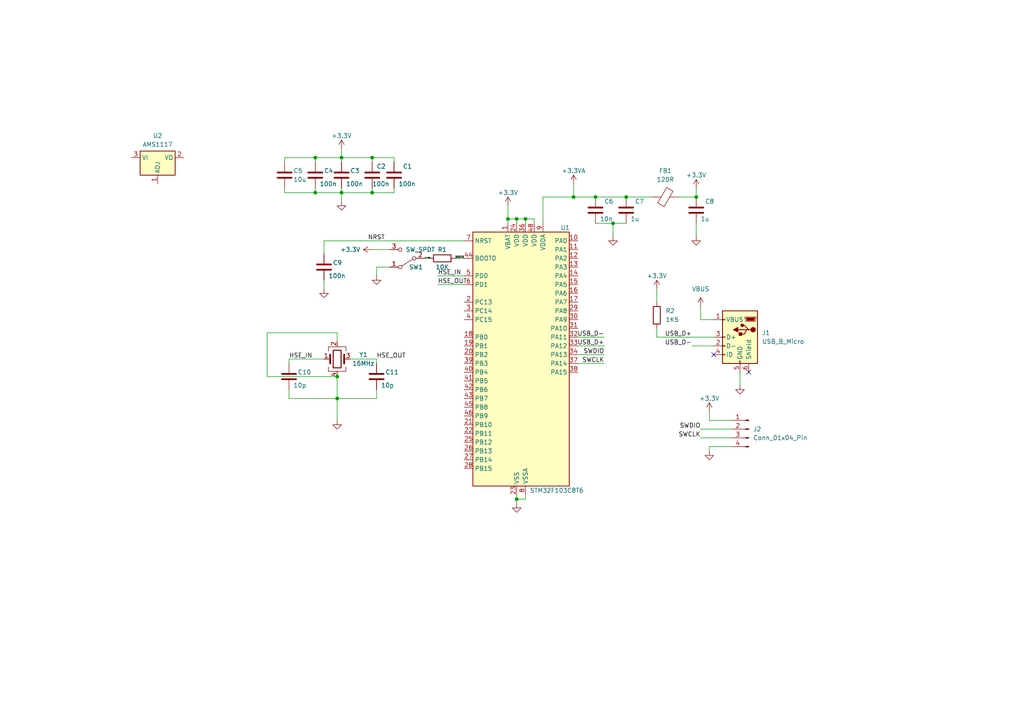
<source format=kicad_sch>
(kicad_sch (version 20230121) (generator eeschema)
  (paper "A4")
  (lib_symbols
    (symbol "Connector:Conn_01x04_Pin" (pin_names (offset 1.016) hide)
      (property "Reference" "J" (at 0 5.08 0))
      (property "Value" "Conn_01x04_Pin" (at 0 -7.62 0))
      (symbol "Conn_01x04_Pin_1_1"
        (polyline (pts (xy 1.27 -5.08) (xy 0.8636 -5.08)) (stroke (width 0.1524)))
        (polyline (pts (xy 1.27 -2.54) (xy 0.8636 -2.54)) (stroke (width 0.1524)))
        (polyline (pts (xy 1.27 0) (xy 0.8636 0)) (stroke (width 0.1524)))
        (polyline (pts (xy 1.27 2.54) (xy 0.8636 2.54)) (stroke (width 0.1524)))
        (rectangle (start 0.8636 -4.953) (end 0 -5.207) (stroke (width 0.1524)) (fill (type outline)))
        (rectangle (start 0.8636 -2.413) (end 0 -2.667) (stroke (width 0.1524)) (fill (type outline)))
        (rectangle (start 0.8636 0.127) (end 0 -0.127) (stroke (width 0.1524)) (fill (type outline)))
        (rectangle (start 0.8636 2.667) (end 0 2.413) (stroke (width 0.1524)) (fill (type outline)))
        (pin passive line (at 5.08 2.54 180) (length 3.81) (name "Pin_1") (number "1"))
        (pin passive line (at 5.08 0 180) (length 3.81) (name "Pin_2") (number "2"))
        (pin passive line (at 5.08 -2.54 180) (length 3.81) (name "Pin_3") (number "3"))
        (pin passive line (at 5.08 -5.08 180) (length 3.81) (name "Pin_4") (number "4"))
      )
    )
    (symbol "Connector:USB_B_Micro" (pin_names (offset 1.016))
      (property "Reference" "J" (at -5.08 11.43 0))
      (property "Value" "USB_B_Micro" (at -5.08 8.89 0))
      (symbol "USB_B_Micro_0_1"
        (rectangle (start -5.08 -7.62) (end 5.08 7.62) (stroke (width 0.254)) (fill (type background)))
        (circle (center -3.81 2.159) (radius 0.635) (stroke (width 0.254)) (fill (type outline)))
        (circle (center -0.635 3.429) (radius 0.381) (stroke (width 0.254)) (fill (type outline)))
        (rectangle (start -0.127 -7.62) (end 0.127 -6.858))
        (polyline (pts (xy -1.905 2.159) (xy 0.635 2.159)) (stroke (width 0.254)))
        (polyline (pts (xy -3.175 2.159) (xy -2.54 2.159) (xy -1.27 3.429) (xy -0.635 3.429)) (stroke (width 0.254)))
        (polyline (pts (xy -2.54 2.159) (xy -1.905 2.159) (xy -1.27 0.889) (xy 0 0.889)) (stroke (width 0.254)))
        (polyline (pts (xy 0.635 2.794) (xy 0.635 1.524) (xy 1.905 2.159) (xy 0.635 2.794)) (stroke (width 0.254)) (fill (type outline)))
        (polyline (pts (xy -4.318 5.588) (xy -1.778 5.588) (xy -2.032 4.826) (xy -4.064 4.826) (xy -4.318 5.588)) (fill (type outline)))
        (polyline (pts (xy -4.699 5.842) (xy -4.699 5.588) (xy -4.445 4.826) (xy -4.445 4.572) (xy -1.651 4.572) (xy -1.651 4.826) (xy -1.397 5.588) (xy -1.397 5.842) (xy -4.699 5.842)))
        (rectangle (start 0.254 1.27) (end -0.508 0.508) (stroke (width 0.254)) (fill (type outline)))
        (rectangle (start 5.08 -5.207) (end 4.318 -4.953))
        (rectangle (start 5.08 -2.667) (end 4.318 -2.413))
        (rectangle (start 5.08 -0.127) (end 4.318 0.127))
        (rectangle (start 5.08 4.953) (end 4.318 5.207))
      )
      (symbol "USB_B_Micro_1_1"
        (pin power_out line (at 7.62 5.08 180) (length 2.54) (name "VBUS") (number "1"))
        (pin bidirectional line (at 7.62 -2.54 180) (length 2.54) (name "D-") (number "2"))
        (pin bidirectional line (at 7.62 0 180) (length 2.54) (name "D+") (number "3"))
        (pin passive line (at 7.62 -5.08 180) (length 2.54) (name "ID") (number "4"))
        (pin power_out line (at 0 -10.16 90) (length 2.54) (name "GND") (number "5"))
        (pin passive line (at -2.54 -10.16 90) (length 2.54) (name "Shield") (number "6"))
      )
    )
    (symbol "Device:C" (pin_numbers hide) (pin_names (offset 0.254))
      (property "Reference" "C" (at 0.635 2.54 0))
      (property "Value" "C" (at 0.635 -2.54 0))
      (symbol "C_0_1"
        (polyline (pts (xy -2.032 -0.762) (xy 2.032 -0.762)) (stroke (width 0.508)))
        (polyline (pts (xy -2.032 0.762) (xy 2.032 0.762)) (stroke (width 0.508)))
      )
      (symbol "C_1_1"
        (pin passive line (at 0 3.81 270) (length 2.794) (name "~") (number "1"))
        (pin passive line (at 0 -3.81 90) (length 2.794) (name "~") (number "2"))
      )
    )
    (symbol "Device:Crystal_GND24" (pin_names (offset 1.016) hide)
      (property "Reference" "Y" (at 3.175 5.08 0))
      (property "Value" "Crystal_GND24" (at 3.175 3.175 0))
      (symbol "Crystal_GND24_0_1"
        (rectangle (start -1.143 2.54) (end 1.143 -2.54) (stroke (width 0.3048)))
        (polyline (pts (xy -2.54 0) (xy -2.032 0)))
        (polyline (pts (xy -2.032 -1.27) (xy -2.032 1.27)) (stroke (width 0.508)))
        (polyline (pts (xy 0 -3.81) (xy 0 -3.556)))
        (polyline (pts (xy 0 3.556) (xy 0 3.81)))
        (polyline (pts (xy 2.032 -1.27) (xy 2.032 1.27)) (stroke (width 0.508)))
        (polyline (pts (xy 2.032 0) (xy 2.54 0)))
        (polyline (pts (xy -2.54 -2.286) (xy -2.54 -3.556) (xy 2.54 -3.556) (xy 2.54 -2.286)))
        (polyline (pts (xy -2.54 2.286) (xy -2.54 3.556) (xy 2.54 3.556) (xy 2.54 2.286)))
      )
      (symbol "Crystal_GND24_1_1"
        (pin passive line (at -3.81 0 0) (length 1.27) (name "1") (number "1"))
        (pin passive line (at 0 5.08 270) (length 1.27) (name "2") (number "2"))
        (pin passive line (at 3.81 0 180) (length 1.27) (name "3") (number "3"))
        (pin passive line (at 0 -5.08 90) (length 1.27) (name "4") (number "4"))
      )
    )
    (symbol "Device:FerriteBead" (pin_numbers hide) (pin_names (offset 0))
      (property "Reference" "FB" (at -3.81 0.635 90))
      (property "Value" "FerriteBead" (at 3.81 0 90))
      (symbol "FerriteBead_0_1"
        (polyline (pts (xy 0 -1.27) (xy 0 -1.2192)))
        (polyline (pts (xy 0 1.27) (xy 0 1.2954)))
        (polyline (pts (xy -2.7686 0.4064) (xy -1.7018 2.2606) (xy 2.7686 -0.3048) (xy 1.6764 -2.159) (xy -2.7686 0.4064)))
      )
      (symbol "FerriteBead_1_1"
        (pin passive line (at 0 3.81 270) (length 2.54) (name "~") (number "1"))
        (pin passive line (at 0 -3.81 90) (length 2.54) (name "~") (number "2"))
      )
    )
    (symbol "Device:R" (pin_numbers hide) (pin_names (offset 0))
      (property "Reference" "R" (at 2.032 0 90))
      (property "Value" "R" (at 0 0 90))
      (symbol "R_0_1"
        (rectangle (start -1.016 -2.54) (end 1.016 2.54) (stroke (width 0.254)))
      )
      (symbol "R_1_1"
        (pin passive line (at 0 3.81 270) (length 1.27) (name "~") (number "1"))
        (pin passive line (at 0 -3.81 90) (length 1.27) (name "~") (number "2"))
      )
    )
    (symbol "MCU_ST_STM32F1:STM32F103C8Tx"
      (property "Reference" "U" (at -12.7 39.37 0))
      (property "Value" "STM32F103C8Tx" (at 10.16 39.37 0))
      (symbol "STM32F103C8Tx_0_1"
        (rectangle (start -12.7 -35.56) (end 15.24 38.1) (stroke (width 0.254)) (fill (type background)))
      )
      (symbol "STM32F103C8Tx_1_1"
        (pin power_in line (at -2.54 40.64 270) (length 2.54) (name "VBAT") (number "1"))
        (pin bidirectional line (at 17.78 35.56 180) (length 2.54) (name "PA0") (number "10"))
        (pin bidirectional line (at 17.78 33.02 180) (length 2.54) (name "PA1") (number "11"))
        (pin bidirectional line (at 17.78 30.48 180) (length 2.54) (name "PA2") (number "12"))
        (pin bidirectional line (at 17.78 27.94 180) (length 2.54) (name "PA3") (number "13"))
        (pin bidirectional line (at 17.78 25.4 180) (length 2.54) (name "PA4") (number "14"))
        (pin bidirectional line (at 17.78 22.86 180) (length 2.54) (name "PA5") (number "15"))
        (pin bidirectional line (at 17.78 20.32 180) (length 2.54) (name "PA6") (number "16"))
        (pin bidirectional line (at 17.78 17.78 180) (length 2.54) (name "PA7") (number "17"))
        (pin bidirectional line (at -15.24 7.62 0) (length 2.54) (name "PB0") (number "18"))
        (pin bidirectional line (at -15.24 5.08 0) (length 2.54) (name "PB1") (number "19"))
        (pin bidirectional line (at -15.24 17.78 0) (length 2.54) (name "PC13") (number "2"))
        (pin bidirectional line (at -15.24 2.54 0) (length 2.54) (name "PB2") (number "20"))
        (pin bidirectional line (at -15.24 -17.78 0) (length 2.54) (name "PB10") (number "21"))
        (pin bidirectional line (at -15.24 -20.32 0) (length 2.54) (name "PB11") (number "22"))
        (pin power_in line (at 0 -38.1 90) (length 2.54) (name "VSS") (number "23"))
        (pin power_in line (at 0 40.64 270) (length 2.54) (name "VDD") (number "24"))
        (pin bidirectional line (at -15.24 -22.86 0) (length 2.54) (name "PB12") (number "25"))
        (pin bidirectional line (at -15.24 -25.4 0) (length 2.54) (name "PB13") (number "26"))
        (pin bidirectional line (at -15.24 -27.94 0) (length 2.54) (name "PB14") (number "27"))
        (pin bidirectional line (at -15.24 -30.48 0) (length 2.54) (name "PB15") (number "28"))
        (pin bidirectional line (at 17.78 15.24 180) (length 2.54) (name "PA8") (number "29"))
        (pin bidirectional line (at -15.24 15.24 0) (length 2.54) (name "PC14") (number "3"))
        (pin bidirectional line (at 17.78 12.7 180) (length 2.54) (name "PA9") (number "30"))
        (pin bidirectional line (at 17.78 10.16 180) (length 2.54) (name "PA10") (number "31"))
        (pin bidirectional line (at 17.78 7.62 180) (length 2.54) (name "PA11") (number "32"))
        (pin bidirectional line (at 17.78 5.08 180) (length 2.54) (name "PA12") (number "33"))
        (pin bidirectional line (at 17.78 2.54 180) (length 2.54) (name "PA13") (number "34"))
        (pin passive line (at 0 -38.1 90) (length 2.54) hide (name "VSS") (number "35"))
        (pin power_in line (at 2.54 40.64 270) (length 2.54) (name "VDD") (number "36"))
        (pin bidirectional line (at 17.78 0 180) (length 2.54) (name "PA14") (number "37"))
        (pin bidirectional line (at 17.78 -2.54 180) (length 2.54) (name "PA15") (number "38"))
        (pin bidirectional line (at -15.24 0 0) (length 2.54) (name "PB3") (number "39"))
        (pin bidirectional line (at -15.24 12.7 0) (length 2.54) (name "PC15") (number "4"))
        (pin bidirectional line (at -15.24 -2.54 0) (length 2.54) (name "PB4") (number "40"))
        (pin bidirectional line (at -15.24 -5.08 0) (length 2.54) (name "PB5") (number "41"))
        (pin bidirectional line (at -15.24 -7.62 0) (length 2.54) (name "PB6") (number "42"))
        (pin bidirectional line (at -15.24 -10.16 0) (length 2.54) (name "PB7") (number "43"))
        (pin input line (at -15.24 30.48 0) (length 2.54) (name "BOOT0") (number "44"))
        (pin bidirectional line (at -15.24 -12.7 0) (length 2.54) (name "PB8") (number "45"))
        (pin bidirectional line (at -15.24 -15.24 0) (length 2.54) (name "PB9") (number "46"))
        (pin passive line (at 0 -38.1 90) (length 2.54) hide (name "VSS") (number "47"))
        (pin power_in line (at 5.08 40.64 270) (length 2.54) (name "VDD") (number "48"))
        (pin bidirectional line (at -15.24 25.4 0) (length 2.54) (name "PD0") (number "5"))
        (pin bidirectional line (at -15.24 22.86 0) (length 2.54) (name "PD1") (number "6"))
        (pin input line (at -15.24 35.56 0) (length 2.54) (name "NRST") (number "7"))
        (pin power_in line (at 2.54 -38.1 90) (length 2.54) (name "VSSA") (number "8"))
        (pin power_in line (at 7.62 40.64 270) (length 2.54) (name "VDDA") (number "9"))
      )
    )
    (symbol "Regulator_Linear:AMS1117"
      (property "Reference" "U" (at -3.81 3.175 0))
      (property "Value" "AMS1117" (at 0 3.175 0))
      (symbol "AMS1117_0_1"
        (rectangle (start -5.08 -5.08) (end 5.08 1.905) (stroke (width 0.254)) (fill (type background)))
      )
      (symbol "AMS1117_1_1"
        (pin input line (at 0 -7.62 90) (length 2.54) (name "ADJ") (number "1"))
        (pin power_out line (at 7.62 0 180) (length 2.54) (name "VO") (number "2"))
        (pin power_in line (at -7.62 0 0) (length 2.54) (name "VI") (number "3"))
      )
    )
    (symbol "Switch:SW_SPDT" (pin_names (offset 0) hide)
      (property "Reference" "SW" (at 0 4.318 0))
      (property "Value" "SW_SPDT" (at 0 -5.08 0))
      (symbol "SW_SPDT_0_0"
        (circle (center -2.032 0) (radius 0.508))
        (circle (center 2.032 -2.54) (radius 0.508))
      )
      (symbol "SW_SPDT_0_1"
        (polyline (pts (xy -1.524 0.254) (xy 1.651 2.286)))
        (circle (center 2.032 2.54) (radius 0.508))
      )
      (symbol "SW_SPDT_1_1"
        (pin passive line (at 5.08 2.54 180) (length 2.54) (name "A") (number "1"))
        (pin passive line (at -5.08 0 0) (length 2.54) (name "B") (number "2"))
        (pin passive line (at 5.08 -2.54 180) (length 2.54) (name "C") (number "3"))
      )
    )
    (symbol "power:+3.3V" (power) (pin_names (offset 0))
      (property "Value" "+3.3V" (at 0 3.556 0))
      (symbol "+3.3V_0_1"
        (polyline (pts (xy -0.762 1.27) (xy 0 2.54)))
        (polyline (pts (xy 0 0) (xy 0 2.54)))
        (polyline (pts (xy 0 2.54) (xy 0.762 1.27)))
      )
      (symbol "+3.3V_1_1"
        (pin power_in line (at 0 0 90) (length 0) hide (name "+3.3V") (number "1"))
      )
    )
    (symbol "power:+3.3VA" (power) (pin_names (offset 0))
      (property "Value" "+3.3VA" (at 0 3.556 0))
      (symbol "+3.3VA_0_1"
        (polyline (pts (xy -0.762 1.27) (xy 0 2.54)))
        (polyline (pts (xy 0 0) (xy 0 2.54)))
        (polyline (pts (xy 0 2.54) (xy 0.762 1.27)))
      )
      (symbol "+3.3VA_1_1"
        (pin power_in line (at 0 0 90) (length 0) hide (name "+3.3VA") (number "1"))
      )
    )
    (symbol "power:GND" (power) (pin_names (offset 0))
      (property "Value" "GND" (at 0 -3.81 0))
      (symbol "GND_0_1"
        (polyline (pts (xy 0 0) (xy 0 -1.27) (xy 1.27 -1.27) (xy 0 -2.54) (xy -1.27 -1.27) (xy 0 -1.27)))
      )
      (symbol "GND_1_1"
        (pin power_in line (at 0 0 270) (length 0) hide (name "GND") (number "1"))
      )
    )
    (symbol "power:VBUS" (power) (pin_names (offset 0))
      (property "Value" "VBUS" (at 0 3.81 0))
      (symbol "VBUS_0_1"
        (polyline (pts (xy -0.762 1.27) (xy 0 2.54)))
        (polyline (pts (xy 0 0) (xy 0 2.54)))
        (polyline (pts (xy 0 2.54) (xy 0.762 1.27)))
      )
      (symbol "VBUS_1_1"
        (pin power_in line (at 0 0 90) (length 0) hide (name "VBUS") (number "1"))
      )
    )
  )
  (junction (at 97.79 115.57))
  (junction (at 152.4 63.5))
  (junction (at 99.06 55.88))
  (junction (at 107.95 45.72))
  (junction (at 181.61 57.15))
  (junction (at 166.37 57.15))
  (junction (at 149.86 144.78))
  (junction (at 97.79 109.22))
  (junction (at 91.44 45.72))
  (junction (at 177.8 64.77))
  (junction (at 107.95 55.88))
  (junction (at 201.93 57.15))
  (junction (at 172.72 57.15))
  (junction (at 147.32 63.5))
  (junction (at 149.86 63.5))
  (junction (at 91.44 55.88))
  (junction (at 99.06 45.72))
  (no_connect (at 217.17 107.95))
  (no_connect (at 207.01 102.87))
  (wire (pts (xy 97.79 115.57) (xy 97.79 121.92)))
  (wire (pts (xy 149.86 63.5) (xy 152.4 63.5)))
  (wire (pts (xy 149.86 63.5) (xy 149.86 64.77)))
  (wire (pts (xy 147.32 63.5) (xy 149.86 63.5)))
  (wire (pts (xy 83.82 115.57) (xy 97.79 115.57)))
  (wire (pts (xy 93.98 69.85) (xy 134.62 69.85)))
  (wire (pts (xy 93.98 81.28) (xy 93.98 83.82)))
  (wire (pts (xy 109.22 80.01) (xy 109.22 77.47)))
  (wire (pts (xy 152.4 63.5) (xy 154.94 63.5)))
  (wire (pts (xy 82.55 55.88) (xy 91.44 55.88)))
  (wire (pts (xy 190.5 83.82) (xy 190.5 87.63)))
  (wire (pts (xy 97.79 96.52) (xy 97.79 99.06)))
  (wire (pts (xy 190.5 97.79) (xy 207.01 97.79)))
  (wire (pts (xy 214.63 107.95) (xy 214.63 111.76)))
  (wire (pts (xy 97.79 109.22) (xy 77.47 109.22)))
  (wire (pts (xy 99.06 45.72) (xy 107.95 45.72)))
  (wire (pts (xy 149.86 144.78) (xy 149.86 146.05)))
  (wire (pts (xy 99.06 54.61) (xy 99.06 55.88)))
  (wire (pts (xy 167.64 97.79) (xy 175.26 97.79)))
  (wire (pts (xy 172.72 57.15) (xy 181.61 57.15)))
  (wire (pts (xy 172.72 64.77) (xy 177.8 64.77)))
  (wire (pts (xy 109.22 104.14) (xy 109.22 105.41)))
  (wire (pts (xy 107.95 72.39) (xy 113.03 72.39)))
  (wire (pts (xy 91.44 54.61) (xy 91.44 55.88)))
  (wire (pts (xy 109.22 115.57) (xy 97.79 115.57)))
  (wire (pts (xy 154.94 63.5) (xy 154.94 64.77)))
  (wire (pts (xy 91.44 45.72) (xy 99.06 45.72)))
  (wire (pts (xy 152.4 63.5) (xy 152.4 64.77)))
  (wire (pts (xy 149.86 143.51) (xy 149.86 144.78)))
  (wire (pts (xy 205.74 121.92) (xy 205.74 119.38)))
  (wire (pts (xy 91.44 55.88) (xy 99.06 55.88)))
  (wire (pts (xy 114.3 45.72) (xy 114.3 46.99)))
  (wire (pts (xy 83.82 104.14) (xy 83.82 105.41)))
  (wire (pts (xy 201.93 64.77) (xy 201.93 68.58)))
  (wire (pts (xy 147.32 63.5) (xy 147.32 64.77)))
  (wire (pts (xy 82.55 45.72) (xy 91.44 45.72)))
  (wire (pts (xy 166.37 57.15) (xy 172.72 57.15)))
  (wire (pts (xy 99.06 55.88) (xy 99.06 58.42)))
  (wire (pts (xy 83.82 104.14) (xy 93.98 104.14)))
  (wire (pts (xy 107.95 55.88) (xy 114.3 55.88)))
  (wire (pts (xy 123.19 74.93) (xy 124.46 74.93)))
  (wire (pts (xy 177.8 64.77) (xy 177.8 68.58)))
  (wire (pts (xy 101.6 104.14) (xy 109.22 104.14)))
  (wire (pts (xy 205.74 129.54) (xy 212.09 129.54)))
  (wire (pts (xy 177.8 64.77) (xy 181.61 64.77)))
  (wire (pts (xy 181.61 57.15) (xy 189.23 57.15)))
  (wire (pts (xy 152.4 143.51) (xy 152.4 144.78)))
  (wire (pts (xy 99.06 55.88) (xy 107.95 55.88)))
  (wire (pts (xy 190.5 95.25) (xy 190.5 97.79)))
  (wire (pts (xy 147.32 59.69) (xy 147.32 63.5)))
  (wire (pts (xy 205.74 130.81) (xy 205.74 129.54)))
  (wire (pts (xy 109.22 113.03) (xy 109.22 115.57)))
  (wire (pts (xy 99.06 43.18) (xy 99.06 45.72)))
  (wire (pts (xy 107.95 45.72) (xy 107.95 46.99)))
  (wire (pts (xy 203.2 88.9) (xy 203.2 92.71)))
  (wire (pts (xy 99.06 45.72) (xy 99.06 46.99)))
  (wire (pts (xy 134.62 74.93) (xy 132.08 74.93)))
  (wire (pts (xy 200.66 100.33) (xy 207.01 100.33)))
  (wire (pts (xy 77.47 109.22) (xy 77.47 96.52)))
  (wire (pts (xy 114.3 55.88) (xy 114.3 54.61)))
  (wire (pts (xy 157.48 57.15) (xy 166.37 57.15)))
  (wire (pts (xy 83.82 113.03) (xy 83.82 115.57)))
  (wire (pts (xy 107.95 45.72) (xy 114.3 45.72)))
  (wire (pts (xy 97.79 109.22) (xy 97.79 115.57)))
  (wire (pts (xy 167.64 100.33) (xy 175.26 100.33)))
  (wire (pts (xy 203.2 124.46) (xy 212.09 124.46)))
  (wire (pts (xy 166.37 53.34) (xy 166.37 57.15)))
  (wire (pts (xy 82.55 46.99) (xy 82.55 45.72)))
  (wire (pts (xy 107.95 54.61) (xy 107.95 55.88)))
  (wire (pts (xy 203.2 127) (xy 212.09 127)))
  (wire (pts (xy 77.47 96.52) (xy 97.79 96.52)))
  (wire (pts (xy 212.09 121.92) (xy 205.74 121.92)))
  (wire (pts (xy 203.2 92.71) (xy 207.01 92.71)))
  (wire (pts (xy 157.48 64.77) (xy 157.48 57.15)))
  (wire (pts (xy 201.93 54.61) (xy 201.93 57.15)))
  (wire (pts (xy 127 80.01) (xy 134.62 80.01)))
  (wire (pts (xy 91.44 45.72) (xy 91.44 46.99)))
  (wire (pts (xy 127 82.55) (xy 134.62 82.55)))
  (wire (pts (xy 93.98 69.85) (xy 93.98 73.66)))
  (wire (pts (xy 109.22 77.47) (xy 113.03 77.47)))
  (wire (pts (xy 152.4 144.78) (xy 149.86 144.78)))
  (wire (pts (xy 167.64 102.87) (xy 175.26 102.87)))
  (wire (pts (xy 196.85 57.15) (xy 201.93 57.15)))
  (wire (pts (xy 82.55 55.88) (xy 82.55 54.61)))
  (wire (pts (xy 167.64 105.41) (xy 175.26 105.41)))
  (label "SWCLK" (at 175.26 105.41 180))
  (label "SWCLK" (at 203.2 127 180))
  (label "SWDIO" (at 203.2 124.46 180))
  (label "SW_BOOT" (at 123.19 74.93 0) (effects (font (size 0.254 0.254))))
  (label "USB_D+" (at 200.66 97.79 180))
  (label "HSE_OUT" (at 109.22 104.14 0))
  (label "HSE_OUT" (at 127 82.55 0))
  (label "HSE_IN" (at 127 80.01 0))
  (label "SWDIO" (at 175.26 102.87 180))
  (label "USB_D-" (at 200.66 100.33 180))
  (label "USB_D-" (at 175.26 97.79 180))
  (label "USB_D+" (at 175.26 100.33 180))
  (label "BOOT0" (at 134.62 74.93 180) (effects (font (size 0.508 0.508))))
  (label "HSE_IN" (at 83.82 104.14 0))
  (label "NRST" (at 106.68 69.85 0))
  (symbol (lib_id "power:+3.3V") (at 205.74 119.38 0) (unit 1)
    (property "Reference" "#PWR016" (effects hide))
    (property "Value" "+3.3V" (at 205.74 115.57 0))
  )
  (symbol (lib_id "Regulator_Linear:AMS1117") (at 45.72 45.72 0) (unit 1)
    (property "Reference" "U2" (at 45.72 39.37 0))
    (property "Value" "AMS1117" (at 45.72 41.91 0))
    (property "Footprint" "Package_TO_SOT_SMD:SOT-223-3_TabPin2" (effects hide))
    (property "Datasheet" "http://www.advanced-monolithic.com/pdf/ds1117.pdf" (effects hide))
  )
  (symbol (lib_id "Device:C") (at 201.93 60.96 0) (unit 1)
    (property "Reference" "C8" (at 204.47 58.42 0) (effects (justify left)))
    (property "Value" "1u" (at 203.2 63.5 0) (effects (justify left)))
  )
  (symbol (lib_id "power:GND") (at 93.98 83.82 0) (unit 1)
    (property "Reference" "#PWR09" (effects hide))
    (property "Value" "GND" (effects hide))
  )
  (symbol (lib_id "power:GND") (at 149.86 146.05 0) (unit 1)
    (property "Reference" "#PWR01" (effects hide))
    (property "Value" "GND" (effects hide))
  )
  (symbol (lib_id "Device:C") (at 83.82 109.22 0) (unit 1)
    (property "Reference" "C10" (at 86.36 107.95 0) (effects (justify left)))
    (property "Value" "10p" (at 85.09 111.76 0) (effects (justify left)))
  )
  (symbol (lib_id "Device:C") (at 82.55 50.8 0) (unit 1)
    (property "Reference" "C5" (at 85.09 49.53 0) (effects (justify left)))
    (property "Value" "10u" (at 85.09 52.07 0) (effects (justify left)))
  )
  (symbol (lib_id "Device:C") (at 172.72 60.96 0) (unit 1)
    (property "Reference" "C6" (at 175.26 58.42 0) (effects (justify left)))
    (property "Value" "10n" (at 173.99 63.5 0) (effects (justify left)))
  )
  (symbol (lib_id "Connector:USB_B_Micro") (at 214.63 97.79 0) (mirror y) (unit 1)
    (property "Reference" "J1" (at 220.98 96.52 0) (effects (justify right)))
    (property "Value" "USB_B_Micro" (at 220.98 99.06 0) (effects (justify right)))
  )
  (symbol (lib_id "power:+3.3V") (at 99.06 43.18 0) (unit 1)
    (property "Reference" "#PWR03" (effects hide))
    (property "Value" "+3.3V" (at 99.06 39.37 0))
  )
  (symbol (lib_id "Device:Crystal_GND24") (at 97.79 104.14 0) (unit 1)
    (property "Reference" "Y1" (at 105.41 102.87 0))
    (property "Value" "16MHz" (at 105.41 105.41 0))
  )
  (symbol (lib_id "power:GND") (at 177.8 68.58 0) (unit 1)
    (property "Reference" "#PWR06" (effects hide))
    (property "Value" "GND" (effects hide))
  )
  (symbol (lib_id "Device:C") (at 107.95 50.8 0) (unit 1)
    (property "Reference" "C2" (at 109.22 48.26 0) (effects (justify left)))
    (property "Value" "100n" (at 107.95 53.34 0) (effects (justify left)))
  )
  (symbol (lib_id "Device:C") (at 114.3 50.8 0) (unit 1)
    (property "Reference" "C1" (at 116.84 48.26 0) (effects (justify left)))
    (property "Value" "100n" (at 115.57 53.34 0) (effects (justify left)))
  )
  (symbol (lib_id "Switch:SW_SPDT") (at 118.11 74.93 180) (unit 1)
    (property "Reference" "SW1" (at 120.65 77.47 0))
    (property "Value" "SW_SPDT" (at 121.92 72.39 0))
  )
  (symbol (lib_id "Device:C") (at 93.98 77.47 0) (unit 1)
    (property "Reference" "C9" (at 96.52 76.2 0) (effects (justify left)))
    (property "Value" "100n" (at 95.25 80.01 0) (effects (justify left)))
  )
  (symbol (lib_id "power:+3.3VA") (at 166.37 53.34 0) (unit 1)
    (property "Reference" "#PWR05" (effects hide))
    (property "Value" "+3.3VA" (at 166.37 49.53 0))
  )
  (symbol (lib_id "power:GND") (at 205.74 130.81 0) (unit 1)
    (property "Reference" "#PWR017" (effects hide))
    (property "Value" "GND" (effects hide))
  )
  (symbol (lib_id "power:+3.3V") (at 190.5 83.82 0) (unit 1)
    (property "Reference" "#PWR015" (effects hide))
    (property "Value" "+3.3V" (at 190.5 80.01 0))
  )
  (symbol (lib_id "power:GND") (at 201.93 68.58 0) (unit 1)
    (property "Reference" "#PWR07" (effects hide))
    (property "Value" "GND" (effects hide))
  )
  (symbol (lib_id "power:GND") (at 214.63 111.76 0) (unit 1)
    (property "Reference" "#PWR013" (effects hide))
    (property "Value" "GND" (effects hide))
  )
  (symbol (lib_id "Device:C") (at 181.61 60.96 0) (unit 1)
    (property "Reference" "C7" (at 184.15 58.42 0) (effects (justify left)))
    (property "Value" "1u" (at 182.88 63.5 0) (effects (justify left)))
  )
  (symbol (lib_id "Device:C") (at 109.22 109.22 0) (unit 1)
    (property "Reference" "C11" (at 111.76 107.95 0) (effects (justify left)))
    (property "Value" "10p" (at 110.49 111.76 0) (effects (justify left)))
  )
  (symbol (lib_id "Device:R") (at 128.27 74.93 90) (unit 1)
    (property "Reference" "R1" (at 128.27 72.39 90))
    (property "Value" "10K" (at 128.27 77.47 90))
  )
  (symbol (lib_id "power:GND") (at 109.22 80.01 0) (unit 1)
    (property "Reference" "#PWR010" (effects hide))
    (property "Value" "GND" (effects hide))
  )
  (symbol (lib_id "Device:FerriteBead") (at 193.04 57.15 90) (unit 1)
    (property "Reference" "FB1" (at 192.9892 49.53 90))
    (property "Value" "120R" (at 192.9892 52.07 90))
  )
  (symbol (lib_id "power:VBUS") (at 203.2 88.9 0) (unit 1)
    (property "Reference" "#PWR014" (effects hide))
    (property "Value" "VBUS" (at 203.2 83.82 0))
  )
  (symbol (lib_id "Device:C") (at 91.44 50.8 0) (unit 1)
    (property "Reference" "C4" (at 93.98 49.53 0) (effects (justify left)))
    (property "Value" "100n" (at 92.71 53.34 0) (effects (justify left)))
  )
  (symbol (lib_id "power:+3.3V") (at 201.93 54.61 0) (unit 1)
    (property "Reference" "#PWR08" (effects hide))
    (property "Value" "+3.3V" (at 201.93 50.8 0))
  )
  (symbol (lib_id "power:GND") (at 99.06 58.42 0) (unit 1)
    (property "Reference" "#PWR04" (effects hide))
    (property "Value" "GND" (effects hide))
  )
  (symbol (lib_id "Connector:Conn_01x04_Pin") (at 217.17 124.46 0) (mirror y) (unit 1)
    (property "Reference" "J2" (at 218.44 124.46 0) (effects (justify right)))
    (property "Value" "Conn_01x04_Pin" (at 218.44 127 0) (effects (justify right)))
  )
  (symbol (lib_id "Device:R") (at 190.5 91.44 0) (unit 1)
    (property "Reference" "R2" (at 193.04 90.17 0) (effects (justify left)))
    (property "Value" "1K5" (at 193.04 92.71 0) (effects (justify left)))
  )
  (symbol (lib_id "MCU_ST_STM32F1:STM32F103C8Tx") (at 149.86 105.41 0) (unit 1)
    (property "Reference" "U1" (at 162.56 66.04 0) (effects (justify left)))
    (property "Value" "STM32F103C8T6" (at 153.67 142.24 0) (effects (justify left)))
    (property "Footprint" "Package_QFP:LQFP-48_7x7mm_P0.5mm" (effects hide))
    (property "Datasheet" "https://www.st.com/resource/en/datasheet/stm32f103c8.pdf" (effects hide))
  )
  (symbol (lib_id "power:+3.3V") (at 147.32 59.69 0) (unit 1)
    (property "Reference" "#PWR02" (effects hide))
    (property "Value" "+3.3V" (at 147.32 55.88 0))
  )
  (symbol (lib_id "power:GND") (at 97.79 121.92 0) (unit 1)
    (property "Reference" "#PWR012" (effects hide))
    (property "Value" "GND" (effects hide))
  )
  (symbol (lib_id "Device:C") (at 99.06 50.8 0) (unit 1)
    (property "Reference" "C3" (at 101.6 49.53 0) (effects (justify left)))
    (property "Value" "100n" (at 100.33 53.34 0) (effects (justify left)))
  )
  (symbol (lib_id "power:+3.3V") (at 107.95 72.39 90) (unit 1)
    (property "Reference" "#PWR011" (effects hide))
    (property "Value" "+3.3V" (at 101.6 72.39 90))
  )
)
</source>
